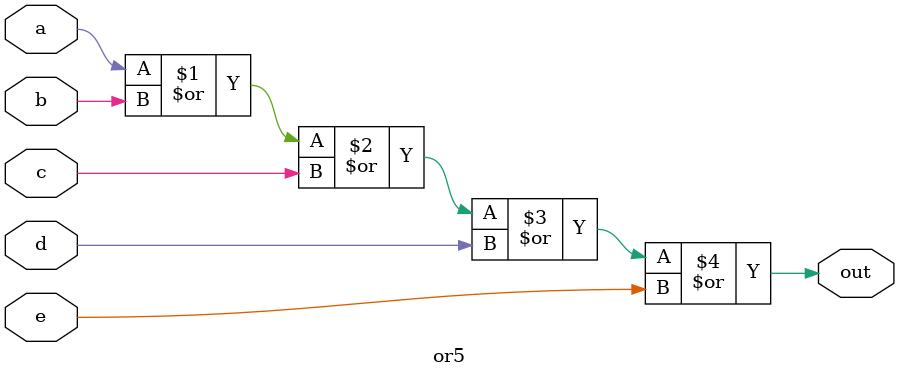
<source format=v>
`timescale 1ns/10ps

module or5(a, b, c, d, e, out);

input a, b, c, d, e;
output out;

assign #10 out = a | b | c | d | e;

endmodule
</source>
